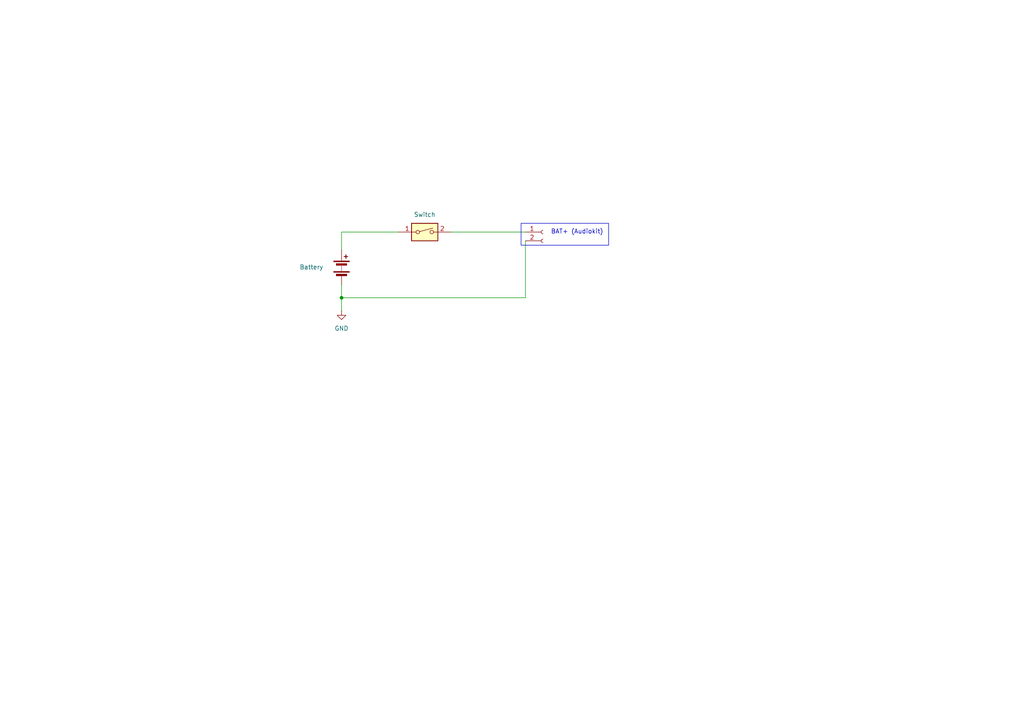
<source format=kicad_sch>
(kicad_sch (version 20231120) (generator "eeschema") (generator_version "8.0")
  (paper "A4")
  (lib_symbols
    (symbol "Connector:Conn_01x02_Socket" (pin_names (offset 1.016) hide)
      (property "Reference" "J" (at 0 2.54 0))
      (property "Value" "Conn_01x02_Socket" (at 0 -5.08 0))
      (symbol "Conn_01x02_Socket_1_1"
        (arc (start 0 -2.032) (mid -0.5058 -2.54) (end 0 -3.048) (stroke (width 0.1524)))
        (polyline (pts (xy -1.27 -2.54) (xy -0.508 -2.54)) (stroke (width 0.1524)))
        (polyline (pts (xy -1.27 0) (xy -0.508 0)) (stroke (width 0.1524)))
        (arc (start 0 0.508) (mid -0.5058 0) (end 0 -0.508) (stroke (width 0.1524)))
        (pin passive line (at -5.08 0 0) (length 3.81) (name "Pin_1") (number "1"))
        (pin passive line (at -5.08 -2.54 0) (length 3.81) (name "Pin_2") (number "2"))
      )
    )
    (symbol "Device:Battery" (pin_numbers hide) (pin_names (offset 0) hide)
      (property "Reference" "BT" (at 2.54 2.54 0))
      (property "Value" "Battery" (at 2.54 0 0))
      (symbol "Battery_0_1"
        (rectangle (start -2.286 -1.27) (end 2.286 -1.524) (fill (type outline)))
        (rectangle (start -2.286 1.778) (end 2.286 1.524) (fill (type outline)))
        (rectangle (start -1.524 -2.032) (end 1.524 -2.54) (fill (type outline)))
        (rectangle (start -1.524 1.016) (end 1.524 0.508) (fill (type outline)))
        (polyline (pts (xy 0 -1.016) (xy 0 -0.762)))
        (polyline (pts (xy 0 -0.508) (xy 0 -0.254)))
        (polyline (pts (xy 0 0) (xy 0 0.254)))
        (polyline (pts (xy 0 1.778) (xy 0 2.54)))
        (polyline (pts (xy 0.762 3.048) (xy 1.778 3.048)) (stroke (width 0.254)))
        (polyline (pts (xy 1.27 3.556) (xy 1.27 2.54)) (stroke (width 0.254)))
      )
      (symbol "Battery_1_1"
        (pin passive line (at 0 5.08 270) (length 2.54) (name "+") (number "1"))
        (pin passive line (at 0 -5.08 90) (length 2.54) (name "-") (number "2"))
      )
    )
    (symbol "Switch:SW_DIP_x01" (pin_names (offset 0) hide)
      (property "Reference" "SW" (at 0 3.81 0))
      (property "Value" "SW_DIP_x01" (at 0 -3.81 0))
      (symbol "SW_DIP_x01_0_0"
        (circle (center -2.032 0) (radius 0.508))
        (polyline (pts (xy -1.524 0.127) (xy 2.3622 1.1684)))
        (circle (center 2.032 0) (radius 0.508))
      )
      (symbol "SW_DIP_x01_0_1"
        (rectangle (start -3.81 2.54) (end 3.81 -2.54) (stroke (width 0.254)) (fill (type background)))
      )
      (symbol "SW_DIP_x01_1_1"
        (pin passive line (at -7.62 0 0) (length 5.08) (name "~") (number "1"))
        (pin passive line (at 7.62 0 180) (length 5.08) (name "~") (number "2"))
      )
    )
    (symbol "power:GND" (power) (pin_numbers hide) (pin_names (offset 0) hide)
      (property "Value" "GND" (at 0 -3.81 0))
      (symbol "GND_0_1"
        (polyline (pts (xy 0 0) (xy 0 -1.27) (xy 1.27 -1.27) (xy 0 -2.54) (xy -1.27 -1.27) (xy 0 -1.27)))
      )
      (symbol "GND_1_1"
        (pin power_in line (at 0 0 270) (length 0) (name "~") (number "1"))
      )
    )
  )
  (junction (at 99.06 86.36))
  (wire (pts (xy 130.81 67.31) (xy 152.4 67.31)))
  (wire (pts (xy 99.06 67.31) (xy 99.06 72.39)))
  (wire (pts (xy 152.4 69.85) (xy 152.4 86.36)))
  (wire (pts (xy 99.06 86.36) (xy 99.06 90.17)))
  (wire (pts (xy 99.06 82.55) (xy 99.06 86.36)))
  (wire (pts (xy 115.57 67.31) (xy 99.06 67.31)))
  (wire (pts (xy 152.4 86.36) (xy 99.06 86.36)))
  (rectangle (start 151.13 64.77) (end 176.53 71.12))
  (text "BAT+ (Audiokit)" (at 167.386 67.31 0) (effects (font (size 1.27 1.27))))
  (symbol (lib_id "power:GND") (at 99.06 90.17 0) (unit 1)
    (property "Reference" "#PWR02" (effects (hide yes)))
    (property "Value" "GND" (at 99.06 95.25 0))
    (property "Description" "Power symbol creates a global label with name \"GND\" , ground" (effects (hide yes)))
  )
  (symbol (lib_id "Connector:Conn_01x02_Socket") (at 157.48 67.31 0) (unit 1)
    (property "Reference" "J1" (effects (hide yes)))
    (property "Value" "Conn_01x02_Socket" (effects (hide yes)))
    (property "Description" "Generic connector, single row, 01x02, script generated" (effects (hide yes)))
  )
  (symbol (lib_id "Device:Battery") (at 99.06 77.47 0) (unit 1)
    (property "Reference" "BT1" (effects (hide yes)))
    (property "Value" "Battery" (at 86.868 77.47 0) (effects (justify left)))
    (property "Description" "Multiple-cell battery" (effects (hide yes)))
  )
  (symbol (lib_id "Switch:SW_DIP_x01") (at 123.19 67.31 0) (unit 1)
    (property "Reference" "SW1" (effects (hide yes)))
    (property "Value" "Switch" (at 123.19 62.23 0))
    (property "Description" "1x DIP Switch, Single Pole Single Throw (SPST) switch, small symbol" (effects (hide yes)))
  )
)
</source>
